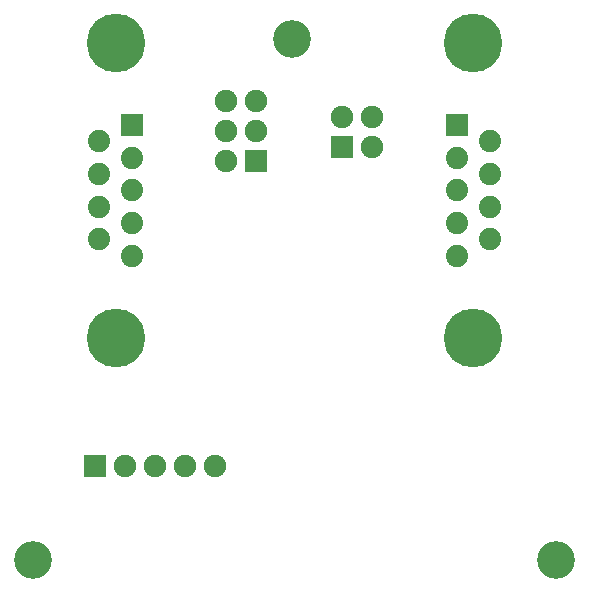
<source format=gbr>
G04 DipTrace 3.0.0.2*
G04 BottomMask.gbr*
%MOIN*%
G04 #@! TF.FileFunction,Soldermask,Bot*
G04 #@! TF.Part,Single*
%ADD35C,0.126*%
%ADD48C,0.195402*%
%ADD50C,0.074535*%
%ADD54R,0.074535X0.074535*%
%ADD68C,0.074929*%
%ADD70R,0.074929X0.074929*%
%FSLAX26Y26*%
G04*
G70*
G90*
G75*
G01*
G04 BotMask*
%LPD*%
D70*
X1244089Y1837902D3*
D68*
X1144089D3*
X1244089Y1937902D3*
X1144089D3*
X1244089Y2037902D3*
X1144089D3*
D70*
X1531619Y1881656D3*
D68*
Y1981656D3*
X1631619Y1881656D3*
Y1981656D3*
D35*
X2244194Y506512D3*
X500261D3*
X1362852Y2244194D3*
D54*
X1912909Y1956664D3*
D70*
X706533Y819045D3*
D54*
X831546Y1956664D3*
D50*
Y1847609D3*
Y1738554D3*
Y1629499D3*
Y1520444D3*
X719735Y1902136D3*
Y1793081D3*
Y1684026D3*
Y1574971D3*
D48*
X775641Y1246625D3*
Y2230483D3*
D50*
X1912909Y1847609D3*
Y1738554D3*
Y1629499D3*
Y1520444D3*
X2024720Y1902136D3*
Y1793081D3*
Y1684026D3*
Y1574971D3*
D48*
X1968815Y2230483D3*
Y1246625D3*
D68*
X806533Y819045D3*
X906533D3*
X1006533D3*
X1106533D3*
M02*

</source>
